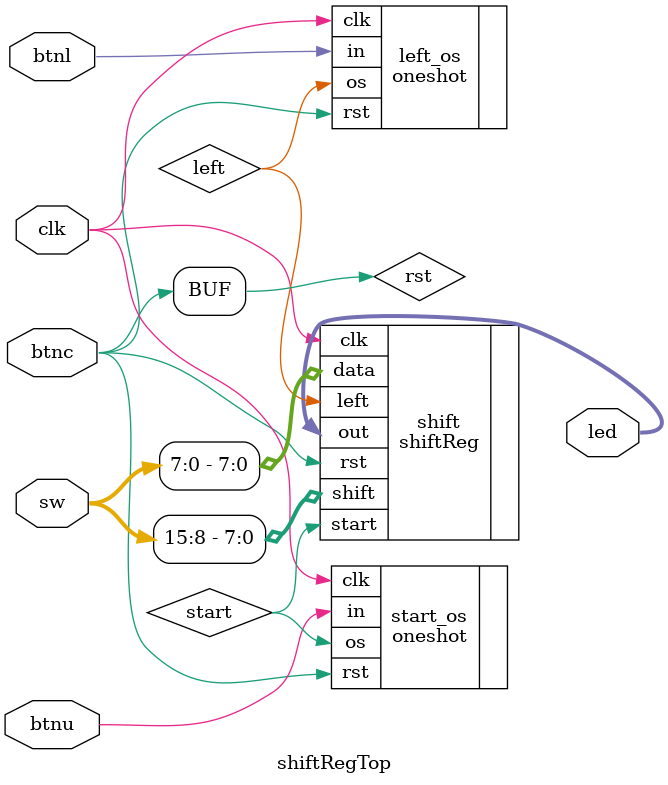
<source format=v>
`timescale 1ns / 1ps

//Passes off both flows correctly. 

module shiftRegTop(clk, btnu, btnc, sw, btnl, led);
input clk, btnu, btnc, btnl; //btnl shifts left, btnu starts the shift, btnc resets
input[15:0] sw; //sw determine the data entered and the shift value
output[15:0] led; //LEDs determine the output.

wire start, rst, left;

assign rst = btnc;

oneshot left_os (.clk(clk), .rst(rst), .in(btnl), .os(left));
oneshot start_os (.clk(clk), .rst(rst), .in(btnu), .os(start));

shiftReg shift (.clk(clk), .start(start), .rst(rst), .data(sw[7:0]), .shift(sw[15:8]),  
.left(left), .out(led[15:0]));

endmodule

</source>
